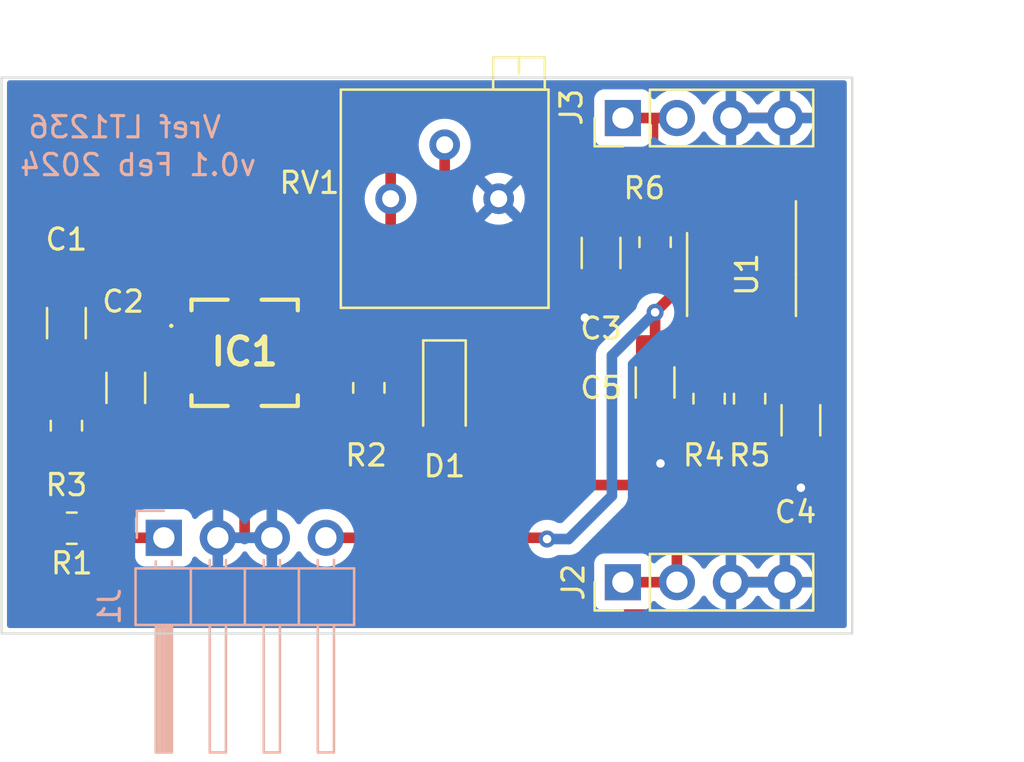
<source format=kicad_pcb>
(kicad_pcb (version 20221018) (generator pcbnew)
  (layers (0 "F.Cu" signal) (31 "B.Cu" signal) (34 "B.Paste" user) (35 "F.Paste" user) (36 "B.SilkS" user "B.Silkscreen") (37 "F.SilkS" user "F.Silkscreen") (38 "B.Mask" user) (39 "F.Mask" user) (44 "Edge.Cuts" user))
  (net 0 "")
  (net 1 "GND")
  (net 2 "Net-(D1-K)")
  (net 7 "+9V")
  (net 8 "/Trim")
  (net 9 "/Unbuf_5V")
  (net 10 "/Filt_9V")
  (net 11 "-9V")
  (net 12 "Net-(C1-Pad2)")
  (net 13 "Net-(U1B--)")
  (net 14 "/RefN")
  (net 15 "/RefP")
  (footprint "Capacitor_SMD:C_1206_3216Metric_Pad1.33x1.80mm_HandSolder" (layer "F.Cu") (at 98.044 108.966 -90)
    (fp_text reference "C2" (at -4.064 0.127 -180) (layer "F.SilkS"))
    (fp_text value "100nF C0G")
    (fp_line (start -0.711252 -0.91) (end 0.711252 -0.91) (stroke (width 0.12)) (layer "F.SilkS"))
    (fp_line (start -0.711252 0.91) (end 0.711252 0.91) (stroke (width 0.12)) (layer "F.SilkS"))
    (pad "1" smd roundrect (at -1.5625 0 270) (size 1.325 1.8) (layers "F.Cu" "F.Paste" "F.Mask") (roundrect_rratio 0.188679) (net 10 "/Filt_9V"))
    (pad "2" smd roundrect (at 1.5625 0 270) (size 1.325 1.8) (layers "F.Cu" "F.Paste" "F.Mask") (roundrect_rratio 0.188679) (net 1 "GND"))
  )
  (footprint "Resistor_SMD:R_0805_2012Metric_Pad1.20x1.40mm_HandSolder" (layer "F.Cu") (at 122.936 102.108 -90)
    (fp_text reference "R6" (at -2.54 0.508 -180) (layer "F.SilkS"))
    (fp_text value "10k")
    (fp_line (start -0.227064 -0.735) (end 0.227064 -0.735) (stroke (width 0.12)) (layer "F.SilkS"))
    (fp_line (start -0.227064 0.735) (end 0.227064 0.735) (stroke (width 0.12)) (layer "F.SilkS"))
    (pad "1" smd roundrect (at -1 0 270) (size 1.2 1.4) (layers "F.Cu" "F.Paste" "F.Mask") (roundrect_rratio 0.208333) (net 9 "/Unbuf_5V"))
    (pad "2" smd roundrect (at 1 0 270) (size 1.2 1.4) (layers "F.Cu" "F.Paste" "F.Mask") (roundrect_rratio 0.208333) (net 1 "GND"))
  )
  (footprint "Capacitor_SMD:C_1206_3216Metric_Pad1.33x1.80mm_HandSolder" (layer "F.Cu") (at 129.794 110.49 -90)
    (fp_text reference "C4" (at 4.318 0.254 -180) (layer "F.SilkS"))
    (fp_text value "100nF C0G")
    (fp_line (start -0.711252 -0.91) (end 0.711252 -0.91) (stroke (width 0.12)) (layer "F.SilkS"))
    (fp_line (start -0.711252 0.91) (end 0.711252 0.91) (stroke (width 0.12)) (layer "F.SilkS"))
    (pad "1" smd roundrect (at -1.5625 0 270) (size 1.325 1.8) (layers "F.Cu" "F.Paste" "F.Mask") (roundrect_rratio 0.188679) (net 7 "+9V"))
    (pad "2" smd roundrect (at 1.5625 0 270) (size 1.325 1.8) (layers "F.Cu" "F.Paste" "F.Mask") (roundrect_rratio 0.188679) (net 1 "GND"))
  )
  (footprint "Capacitor_SMD:C_1206_3216Metric_Pad1.33x1.80mm_HandSolder" (layer "F.Cu") (at 122.936 108.712 90)
    (fp_text reference "C5" (at -0.254 -2.54 180) (layer "F.SilkS"))
    (fp_text value "100nF C0G")
    (fp_line (start -0.711252 -0.91) (end 0.711252 -0.91) (stroke (width 0.12)) (layer "F.SilkS"))
    (fp_line (start -0.711252 0.91) (end 0.711252 0.91) (stroke (width 0.12)) (layer "F.SilkS"))
    (pad "1" smd roundrect (at -1.5625 0 90) (size 1.325 1.8) (layers "F.Cu" "F.Paste" "F.Mask") (roundrect_rratio 0.188679) (net 1 "GND"))
    (pad "2" smd roundrect (at 1.5625 0 90) (size 1.325 1.8) (layers "F.Cu" "F.Paste" "F.Mask") (roundrect_rratio 0.188679) (net 11 "-9V"))
  )
  (footprint "Resistor_SMD:R_0805_2012Metric_Pad1.20x1.40mm_HandSolder" (layer "F.Cu") (at 109.474 108.966 -90)
    (fp_text reference "R2" (at 3.175 0.127 -180) (layer "F.SilkS"))
    (fp_text value "27k")
    (fp_line (start -0.227064 -0.735) (end 0.227064 -0.735) (stroke (width 0.12)) (layer "F.SilkS"))
    (fp_line (start -0.227064 0.735) (end 0.227064 0.735) (stroke (width 0.12)) (layer "F.SilkS"))
    (pad "1" smd roundrect (at -1 0 270) (size 1.2 1.4) (layers "F.Cu" "F.Paste" "F.Mask") (roundrect_rratio 0.208333) (net 9 "/Unbuf_5V"))
    (pad "2" smd roundrect (at 1 0 270) (size 1.2 1.4) (layers "F.Cu" "F.Paste" "F.Mask") (roundrect_rratio 0.208333) (net 8 "/Trim"))
  )
  (footprint "Connector_PinHeader_2.54mm:PinHeader_1x04_P2.54mm_Vertical" (layer "F.Cu") (at 121.422 96.266 90)
    (fp_text reference "J3" (at 0.508 -2.423 270) (layer "F.SilkS"))
    (fp_text value "RefP")
    (fp_line (start -1.33 -1.33) (end 0 -1.33) (stroke (width 0.12)) (layer "F.SilkS"))
    (fp_line (start -1.33 0) (end -1.33 -1.33) (stroke (width 0.12)) (layer "F.SilkS"))
    (fp_line (start -1.33 1.27) (end -1.33 8.95) (stroke (width 0.12)) (layer "F.SilkS"))
    (fp_line (start -1.33 1.27) (end 1.33 1.27) (stroke (width 0.12)) (layer "F.SilkS"))
    (fp_line (start -1.33 8.95) (end 1.33 8.95) (stroke (width 0.12)) (layer "F.SilkS"))
    (fp_line (start 1.33 1.27) (end 1.33 8.95) (stroke (width 0.12)) (layer "F.SilkS"))
    (pad "1" thru_hole rect (at 0 0 90) (size 1.7 1.7) (drill 1) (layers "*.Cu" "*.Mask") (net 15 "/RefP"))
    (pad "2" thru_hole oval (at 0 2.54 90) (size 1.7 1.7) (drill 1) (layers "*.Cu" "*.Mask") (net 15 "/RefP"))
    (pad "3" thru_hole oval (at 0 5.08 90) (size 1.7 1.7) (drill 1) (layers "*.Cu" "*.Mask") (net 1 "GND"))
    (pad "4" thru_hole oval (at 0 7.62 90) (size 1.7 1.7) (drill 1) (layers "*.Cu" "*.Mask") (net 1 "GND"))
  )
  (footprint "Connector_PinHeader_2.54mm:PinHeader_1x04_P2.54mm_Vertical" (layer "F.Cu") (at 121.422 118.11 90)
    (fp_text reference "J2" (at 0 -2.33 90) (layer "F.SilkS"))
    (fp_text value "RefN")
    (fp_line (start -1.33 -1.33) (end 0 -1.33) (stroke (width 0.12)) (layer "F.SilkS"))
    (fp_line (start -1.33 0) (end -1.33 -1.33) (stroke (width 0.12)) (layer "F.SilkS"))
    (fp_line (start -1.33 1.27) (end -1.33 8.95) (stroke (width 0.12)) (layer "F.SilkS"))
    (fp_line (start -1.33 1.27) (end 1.33 1.27) (stroke (width 0.12)) (layer "F.SilkS"))
    (fp_line (start -1.33 8.95) (end 1.33 8.95) (stroke (width 0.12)) (layer "F.SilkS"))
    (fp_line (start 1.33 1.27) (end 1.33 8.95) (stroke (width 0.12)) (layer "F.SilkS"))
    (pad "1" thru_hole rect (at 0 0 90) (size 1.7 1.7) (drill 1) (layers "*.Cu" "*.Mask") (net 14 "/RefN"))
    (pad "2" thru_hole oval (at 0 2.54 90) (size 1.7 1.7) (drill 1) (layers "*.Cu" "*.Mask") (net 14 "/RefN"))
    (pad "3" thru_hole oval (at 0 5.08 90) (size 1.7 1.7) (drill 1) (layers "*.Cu" "*.Mask") (net 1 "GND"))
    (pad "4" thru_hole oval (at 0 7.62 90) (size 1.7 1.7) (drill 1) (layers "*.Cu" "*.Mask") (net 1 "GND"))
  )
  (footprint "Resistor_SMD:R_0805_2012Metric_Pad1.20x1.40mm_HandSolder" (layer "F.Cu") (at 127.381 109.474 -90)
    (fp_text reference "R5" (at 2.667 0 -180) (layer "F.SilkS"))
    (fp_text value "1k8 0.02% 5ppm")
    (fp_line (start -0.227064 -0.735) (end 0.227064 -0.735) (stroke (width 0.12)) (layer "F.SilkS"))
    (fp_line (start -0.227064 0.735) (end 0.227064 0.735) (stroke (width 0.12)) (layer "F.SilkS"))
    (pad "1" smd roundrect (at -1 0 270) (size 1.2 1.4) (layers "F.Cu" "F.Paste" "F.Mask") (roundrect_rratio 0.208333) (net 13 "Net-(U1B--)"))
    (pad "2" smd roundrect (at 1 0 270) (size 1.2 1.4) (layers "F.Cu" "F.Paste" "F.Mask") (roundrect_rratio 0.208333) (net 14 "/RefN"))
  )
  (footprint "Potentiometer_THT:Potentiometer_Bourns_3296P_Horizontal" (layer "F.Cu") (at 115.58 100.064 -90)
    (fp_text reference "RV1" (at -0.75 8.9 -180) (layer "F.SilkS"))
    (fp_text value "50k Bourns 3296P")
    (fp_line (start -6.655 -2.169) (end -6.655 0.26) (stroke (width 0.12)) (layer "F.SilkS"))
    (fp_line (start -6.655 -2.169) (end -5.136 -2.169) (stroke (width 0.12)) (layer "F.SilkS"))
    (fp_line (start -6.655 -0.955) (end -5.896 -0.955) (stroke (width 0.12)) (layer "F.SilkS"))
    (fp_line (start -6.655 0.26) (end -5.136 0.26) (stroke (width 0.12)) (layer "F.SilkS"))
    (fp_line (start -5.136 -2.169) (end -5.136 0.26) (stroke (width 0.12)) (layer "F.SilkS"))
    (fp_line (start -5.135 -2.345) (end -5.135 7.425) (stroke (width 0.12)) (layer "F.SilkS"))
    (fp_line (start -5.135 -2.345) (end 5.135 -2.345) (stroke (width 0.12)) (layer "F.SilkS"))
    (fp_line (start -5.135 7.425) (end 5.135 7.425) (stroke (width 0.12)) (layer "F.SilkS"))
    (fp_line (start 5.135 -2.345) (end 5.135 7.425) (stroke (width 0.12)) (layer "F.SilkS"))
    (pad "1" thru_hole circle (at 0 0 270) (size 1.44 1.44) (drill 0.8) (layers "*.Cu" "*.Mask") (net 1 "GND"))
    (pad "2" thru_hole circle (at -2.54 2.54 270) (size 1.44 1.44) (drill 0.8) (layers "*.Cu" "*.Mask") (net 2 "Net-(D1-K)"))
    (pad "3" thru_hole circle (at 0 5.08 270) (size 1.44 1.44) (drill 0.8) (layers "*.Cu" "*.Mask") (net 9 "/Unbuf_5V"))
  )
  (footprint "Resistor_SMD:R_0805_2012Metric_Pad1.20x1.40mm_HandSolder" (layer "F.Cu") (at 95.504 115.57 180)
    (fp_text reference "R1" (at 0 -1.65) (layer "F.SilkS"))
    (fp_text value "10R")
    (fp_line (start -0.227064 -0.735) (end 0.227064 -0.735) (stroke (width 0.12)) (layer "F.SilkS"))
    (fp_line (start -0.227064 0.735) (end 0.227064 0.735) (stroke (width 0.12)) (layer "F.SilkS"))
    (pad "1" smd roundrect (at -1 0 180) (size 1.2 1.4) (layers "F.Cu" "F.Paste" "F.Mask") (roundrect_rratio 0.208333) (net 7 "+9V"))
    (pad "2" smd roundrect (at 1 0 180) (size 1.2 1.4) (layers "F.Cu" "F.Paste" "F.Mask") (roundrect_rratio 0.208333) (net 10 "/Filt_9V"))
  )
  (footprint "Diode_SMD:D_SOD-123" (layer "F.Cu") (at 113.03 109.093 -90)
    (fp_text reference "D1" (at 3.556 0 -180) (layer "F.SilkS"))
    (fp_text value "1N4148")
    (fp_line (start -2.36 -1) (end -2.36 1) (stroke (width 0.12)) (layer "F.SilkS"))
    (fp_line (start -2.36 -1) (end 1.65 -1) (stroke (width 0.12)) (layer "F.SilkS"))
    (fp_line (start -2.36 1) (end 1.65 1) (stroke (width 0.12)) (layer "F.SilkS"))
    (pad "1" smd roundrect (at -1.65 0 270) (size 0.9 1.2) (layers "F.Cu" "F.Paste" "F.Mask") (net 2 "Net-(D1-K)"))
    (pad "2" smd roundrect (at 1.65 0 270) (size 0.9 1.2) (layers "F.Cu" "F.Paste" "F.Mask") (net 8 "/Trim"))
  )
  (footprint "Package_SO:SO-8_3.9x4.9mm_P1.27mm" (layer "F.Cu") (at 127 103.632 -90)
    (fp_text reference "U1" (at 0 -0.254 90) (layer "F.SilkS"))
    (fp_text value "OPA2192")
    (fp_line (start 0 -2.56) (end -3.45 -2.56) (stroke (width 0.12)) (layer "F.SilkS"))
    (fp_line (start 0 -2.56) (end 1.95 -2.56) (stroke (width 0.12)) (layer "F.SilkS"))
    (fp_line (start 0 2.56) (end -1.95 2.56) (stroke (width 0.12)) (layer "F.SilkS"))
    (fp_line (start 0 2.56) (end 1.95 2.56) (stroke (width 0.12)) (layer "F.SilkS"))
    (pad "1" smd roundrect (at -2.575 -1.905 270) (size 1.75 0.6) (layers "F.Cu" "F.Paste" "F.Mask") (net 15 "/RefP"))
    (pad "2" smd roundrect (at -2.575 -0.635 270) (size 1.75 0.6) (layers "F.Cu" "F.Paste" "F.Mask") (net 15 "/RefP"))
    (pad "3" smd roundrect (at -2.575 0.635 270) (size 1.75 0.6) (layers "F.Cu" "F.Paste" "F.Mask") (net 9 "/Unbuf_5V"))
    (pad "4" smd roundrect (at -2.575 1.905 270) (size 1.75 0.6) (layers "F.Cu" "F.Paste" "F.Mask") (net 11 "-9V"))
    (pad "5" smd roundrect (at 2.575 1.905 270) (size 1.75 0.6) (layers "F.Cu" "F.Paste" "F.Mask") (net 1 "GND"))
    (pad "6" smd roundrect (at 2.575 0.635 270) (size 1.75 0.6) (layers "F.Cu" "F.Paste" "F.Mask") (net 13 "Net-(U1B--)"))
    (pad "7" smd roundrect (at 2.575 -0.635 270) (size 1.75 0.6) (layers "F.Cu" "F.Paste" "F.Mask") (net 14 "/RefN"))
    (pad "8" smd roundrect (at 2.575 -1.905 270) (size 1.75 0.6) (layers "F.Cu" "F.Paste" "F.Mask") (net 7 "+9V"))
  )
  (footprint "Resistor_SMD:R_0805_2012Metric_Pad1.20x1.40mm_HandSolder" (layer "F.Cu") (at 125.476 109.474 90)
    (fp_text reference "R4" (at -2.667 -0.254 180) (layer "F.SilkS"))
    (fp_text value "1k8 0.02% 5ppm")
    (fp_line (start -0.227064 -0.735) (end 0.227064 -0.735) (stroke (width 0.12)) (layer "F.SilkS"))
    (fp_line (start -0.227064 0.735) (end 0.227064 0.735) (stroke (width 0.12)) (layer "F.SilkS"))
    (pad "1" smd roundrect (at -1 0 90) (size 1.2 1.4) (layers "F.Cu" "F.Paste" "F.Mask") (roundrect_rratio 0.208333) (net 9 "/Unbuf_5V"))
    (pad "2" smd roundrect (at 1 0 90) (size 1.2 1.4) (layers "F.Cu" "F.Paste" "F.Mask") (roundrect_rratio 0.208333) (net 13 "Net-(U1B--)"))
  )
  (footprint "Ceramic_LCC:LT1236AILS85PBF" (layer "F.Cu") (at 103.632 107.315)
    (fp_text reference "IC1" (at 0 -0.05) (layer "F.SilkS") (effects (font (size 1.27 1.27) (thickness 0.254))))
    (fp_text value "LT1236AILS8-5#PBF" hide)
    (fp_line (start -3.5 -1.27) (end -3.5 -1.27) (stroke (width 0.1)) (layer "F.SilkS"))
    (fp_line (start -3.4 -1.27) (end -3.4 -1.27) (stroke (width 0.1)) (layer "F.SilkS"))
    (fp_line (start -2.5 -2.5) (end -0.8 -2.5) (stroke (width 0.2)) (layer "F.SilkS"))
    (fp_line (start -2.5 -2) (end -2.5 -2.5) (stroke (width 0.2)) (layer "F.SilkS"))
    (fp_line (start -2.5 2) (end -2.5 2.5) (stroke (width 0.2)) (layer "F.SilkS"))
    (fp_line (start -2.5 2.5) (end -0.8 2.5) (stroke (width 0.2)) (layer "F.SilkS"))
    (fp_line (start 0.8 -2.5) (end 2.5 -2.5) (stroke (width 0.2)) (layer "F.SilkS"))
    (fp_line (start 0.8 2.5) (end 2.5 2.5) (stroke (width 0.2)) (layer "F.SilkS"))
    (fp_line (start 2.5 -2.5) (end 2.5 -2) (stroke (width 0.2)) (layer "F.SilkS"))
    (fp_line (start 2.5 2.5) (end 2.5 2) (stroke (width 0.2)) (layer "F.SilkS"))
    (fp_arc (start -3.5 -1.27) (mid -3.45 -1.32) (end -3.4 -1.27) (stroke (width 0.1)) (layer "F.SilkS"))
    (fp_arc (start -3.4 -1.27) (mid -3.45 -1.22) (end -3.5 -1.27) (stroke (width 0.1)) (layer "F.SilkS"))
    (pad "1" smd rect (at -2.15 -1.27 90) (size 0.7 1.5) (layers "F.Cu" "F.Paste" "F.Mask"))
    (pad "2" smd rect (at -2.15 0 90) (size 0.7 1.5) (layers "F.Cu" "F.Paste" "F.Mask") (net 10 "/Filt_9V"))
    (pad "3" smd rect (at -2.15 1.27 90) (size 0.7 1.5) (layers "F.Cu" "F.Paste" "F.Mask"))
    (pad "4" smd rect (at 0 2.15) (size 0.7 1.5) (layers "F.Cu" "F.Paste" "F.Mask") (net 1 "GND"))
    (pad "5" smd rect (at 2.15 1.27 90) (size 0.7 1.5) (layers "F.Cu" "F.Paste" "F.Mask") (net 8 "/Trim"))
    (pad "6" smd rect (at 2.15 0 90) (size 0.7 1.5) (layers "F.Cu" "F.Paste" "F.Mask") (net 9 "/Unbuf_5V"))
    (pad "7" smd rect (at 2.15 -1.27 90) (size 0.7 1.5) (layers "F.Cu" "F.Paste" "F.Mask"))
    (pad "8" smd rect (at 0 -1.75) (size 0.7 2.5) (layers "F.Cu" "F.Paste" "F.Mask"))
  )
  (footprint "Capacitor_SMD:C_1206_3216Metric_Pad1.33x1.80mm_HandSolder" (layer "F.Cu") (at 120.396 102.616 -90)
    (fp_text reference "C3" (at 3.556 0 -180) (layer "F.SilkS"))
    (fp_text value "100nF C0G")
    (fp_line (start -0.711252 -0.91) (end 0.711252 -0.91) (stroke (width 0.12)) (layer "F.SilkS"))
    (fp_line (start -0.711252 0.91) (end 0.711252 0.91) (stroke (width 0.12)) (layer "F.SilkS"))
    (pad "1" smd roundrect (at -1.5625 0 270) (size 1.325 1.8) (layers "F.Cu" "F.Paste" "F.Mask") (roundrect_rratio 0.188679) (net 9 "/Unbuf_5V"))
    (pad "2" smd roundrect (at 1.5625 0 270) (size 1.325 1.8) (layers "F.Cu" "F.Paste" "F.Mask") (roundrect_rratio 0.188679) (net 1 "GND"))
  )
  (footprint "Capacitor_SMD:C_1206_3216Metric_Pad1.33x1.80mm_HandSolder" (layer "F.Cu") (at 95.25 105.918 -90)
    (fp_text reference "C1" (at -3.937 0 -180) (layer "F.SilkS"))
    (fp_text value "1uF X7R")
    (fp_line (start -0.711252 -0.91) (end 0.711252 -0.91) (stroke (width 0.12)) (layer "F.SilkS"))
    (fp_line (start -0.711252 0.91) (end 0.711252 0.91) (stroke (width 0.12)) (layer "F.SilkS"))
    (pad "1" smd roundrect (at -1.5625 0 270) (size 1.325 1.8) (layers "F.Cu" "F.Paste" "F.Mask") (roundrect_rratio 0.188679) (net 10 "/Filt_9V"))
    (pad "2" smd roundrect (at 1.5625 0 270) (size 1.325 1.8) (layers "F.Cu" "F.Paste" "F.Mask") (roundrect_rratio 0.188679) (net 12 "Net-(C1-Pad2)"))
  )
  (footprint "Resistor_SMD:R_0805_2012Metric_Pad1.20x1.40mm_HandSolder" (layer "F.Cu") (at 95.25 110.744 -90)
    (fp_text reference "R3" (at 2.794 0 -180) (layer "F.SilkS"))
    (fp_text value "5R1")
    (fp_line (start -0.227064 -0.735) (end 0.227064 -0.735) (stroke (width 0.12)) (layer "F.SilkS"))
    (fp_line (start -0.227064 0.735) (end 0.227064 0.735) (stroke (width 0.12)) (layer "F.SilkS"))
    (pad "1" smd roundrect (at -1 0 270) (size 1.2 1.4) (layers "F.Cu" "F.Paste" "F.Mask") (roundrect_rratio 0.208333) (net 12 "Net-(C1-Pad2)"))
    (pad "2" smd roundrect (at 1 0 270) (size 1.2 1.4) (layers "F.Cu" "F.Paste" "F.Mask") (roundrect_rratio 0.208333) (net 1 "GND"))
  )
  (footprint "Connector_PinHeader_2.54mm:PinHeader_1x04_P2.54mm_Horizontal" (layer "B.Cu") (at 99.832 116.021 -90)
    (fp_text reference "J1" (at 3.232 2.55 90) (layer "B.SilkS") (effects (justify mirror)))
    (fp_text value "pwr")
    (fp_line (start -1.27 0) (end -1.27 1.27) (stroke (width 0.12)) (layer "B.SilkS"))
    (fp_line (start -1.27 1.27) (end 0 1.27) (stroke (width 0.12)) (layer "B.SilkS"))
    (fp_line (start 1.042929 -8) (end 1.44 -8) (stroke (width 0.12)) (layer "B.SilkS"))
    (fp_line (start 1.042929 -7.24) (end 1.44 -7.24) (stroke (width 0.12)) (layer "B.SilkS"))
    (fp_line (start 1.042929 -5.46) (end 1.44 -5.46) (stroke (width 0.12)) (layer "B.SilkS"))
    (fp_line (start 1.042929 -4.7) (end 1.44 -4.7) (stroke (width 0.12)) (layer "B.SilkS"))
    (fp_line (start 1.042929 -2.92) (end 1.44 -2.92) (stroke (width 0.12)) (layer "B.SilkS"))
    (fp_line (start 1.042929 -2.16) (end 1.44 -2.16) (stroke (width 0.12)) (layer "B.SilkS"))
    (fp_line (start 1.11 -0.38) (end 1.44 -0.38) (stroke (width 0.12)) (layer "B.SilkS"))
    (fp_line (start 1.11 0.38) (end 1.44 0.38) (stroke (width 0.12)) (layer "B.SilkS"))
    (fp_line (start 1.44 -8.95) (end 4.1 -8.95) (stroke (width 0.12)) (layer "B.SilkS"))
    (fp_line (start 1.44 -6.35) (end 4.1 -6.35) (stroke (width 0.12)) (layer "B.SilkS"))
    (fp_line (start 1.44 -3.81) (end 4.1 -3.81) (stroke (width 0.12)) (layer "B.SilkS"))
    (fp_line (start 1.44 -1.27) (end 4.1 -1.27) (stroke (width 0.12)) (layer "B.SilkS"))
    (fp_line (start 1.44 1.33) (end 1.44 -8.95) (stroke (width 0.12)) (layer "B.SilkS"))
    (fp_line (start 4.1 -8.95) (end 4.1 1.33) (stroke (width 0.12)) (layer "B.SilkS"))
    (fp_line (start 4.1 -7.24) (end 10.1 -7.24) (stroke (width 0.12)) (layer "B.SilkS"))
    (fp_line (start 4.1 -4.7) (end 10.1 -4.7) (stroke (width 0.12)) (layer "B.SilkS"))
    (fp_line (start 4.1 -2.16) (end 10.1 -2.16) (stroke (width 0.12)) (layer "B.SilkS"))
    (fp_line (start 4.1 -0.28) (end 10.1 -0.28) (stroke (width 0.12)) (layer "B.SilkS"))
    (fp_line (start 4.1 -0.16) (end 10.1 -0.16) (stroke (width 0.12)) (layer "B.SilkS"))
    (fp_line (start 4.1 -0.04) (end 10.1 -0.04) (stroke (width 0.12)) (layer "B.SilkS"))
    (fp_line (start 4.1 0.08) (end 10.1 0.08) (stroke (width 0.12)) (layer "B.SilkS"))
    (fp_line (start 4.1 0.2) (end 10.1 0.2) (stroke (width 0.12)) (layer "B.SilkS"))
    (fp_line (start 4.1 0.32) (end 10.1 0.32) (stroke (width 0.12)) (layer "B.SilkS"))
    (fp_line (start 4.1 0.38) (end 10.1 0.38) (stroke (width 0.12)) (layer "B.SilkS"))
    (fp_line (start 4.1 1.33) (end 1.44 1.33) (stroke (width 0.12)) (layer "B.SilkS"))
    (fp_line (start 10.1 -8) (end 4.1 -8) (stroke (width 0.12)) (layer "B.SilkS"))
    (fp_line (start 10.1 -7.24) (end 10.1 -8) (stroke (width 0.12)) (layer "B.SilkS"))
    (fp_line (start 10.1 -5.46) (end 4.1 -5.46) (stroke (width 0.12)) (layer "B.SilkS"))
    (fp_line (start 10.1 -4.7) (end 10.1 -5.46) (stroke (width 0.12)) (layer "B.SilkS"))
    (fp_line (start 10.1 -2.92) (end 4.1 -2.92) (stroke (width 0.12)) (layer "B.SilkS"))
    (fp_line (start 10.1 -2.16) (end 10.1 -2.92) (stroke (width 0.12)) (layer "B.SilkS"))
    (fp_line (start 10.1 -0.38) (end 4.1 -0.38) (stroke (width 0.12)) (layer "B.SilkS"))
    (fp_line (start 10.1 0.38) (end 10.1 -0.38) (stroke (width 0.12)) (layer "B.SilkS"))
    (pad "1" thru_hole rect (at 0 0 270) (size 1.7 1.7) (drill 1) (layers "*.Cu" "*.Mask") (net 7 "+9V"))
    (pad "2" thru_hole oval (at 0 -2.54 270) (size 1.7 1.7) (drill 1) (layers "*.Cu" "*.Mask") (net 1 "GND"))
    (pad "3" thru_hole oval (at 0 -5.08 270) (size 1.7 1.7) (drill 1) (layers "*.Cu" "*.Mask") (net 1 "GND"))
    (pad "4" thru_hole oval (at 0 -7.62 270) (size 1.7 1.7) (drill 1) (layers "*.Cu" "*.Mask") (net 11 "-9V"))
  )
  (gr_rect (start 92.202 94.361) (end 132.207 120.523) (stroke (width 0.1)) (fill none) (layer "Edge.Cuts"))
  (gr_text "v0.1 Feb 2024" (at 104.267 99.06) (layer "B.SilkS") (effects (font (size 1 1)) (justify left bottom mirror)))
  (gr_text "Vref LT1236" (at 102.616 97.282) (layer "B.SilkS") (effects (font (size 1 1)) (justify left bottom mirror)))
  (segment (start 120.1035 104.1785) (end 119.634 104.648) (width 0.5) (layer "F.Cu") (net 1))
  (segment (start 102.372 114.437) (end 102.372 116.021) (width 0.5) (layer "F.Cu") (net 1))
  (segment (start 103.632 116.021) (end 104.912 116.021) (width 0.5) (layer "F.Cu") (net 1))
  (segment (start 126.502 96.266) (end 129.042 96.266) (width 0.5) (layer "F.Cu") (net 1))
  (segment (start 97.139 111.744) (end 99.314 113.919) (width 0.5) (layer "F.Cu") (net 1))
  (segment (start 120.396 104.1785) (end 120.1035 104.1785) (width 0.5) (layer "F.Cu") (net 1))
  (segment (start 125.095 106.207) (end 124.333 106.969) (width 0.3) (layer "F.Cu") (net 1))
  (segment (start 103.632 116.021) (end 103.632 109.465) (width 0.5) (layer "F.Cu") (net 1))
  (segment (start 101.854 113.919) (end 102.372 114.437) (width 0.5) (layer "F.Cu") (net 1))
  (segment (start 103.632 116.021) (end 102.372 116.021) (width 0.5) (layer "F.Cu") (net 1))
  (segment (start 123.9135 110.2745) (end 122.936 110.2745) (width 0.3) (layer "F.Cu") (net 1))
  (segment (start 100.457 113.919) (end 101.854 113.919) (width 0.5) (layer "F.Cu") (net 1))
  (segment (start 121.8655 104.1785) (end 122.936 103.108) (width 0.5) (layer "F.Cu") (net 1))
  (segment (start 120.396 104.1785) (end 121.8655 104.1785) (width 0.5) (layer "F.Cu") (net 1))
  (segment (start 98.044 110.5285) (end 98.044 111.506) (width 0.5) (layer "F.Cu") (net 1))
  (segment (start 122.936 112.268) (end 122.936 110.2745) (width 0.5) (layer "F.Cu") (net 1))
  (segment (start 124.333 109.855) (end 123.9135 110.2745) (width 0.3) (layer "F.Cu") (net 1))
  (segment (start 102.362 116.011) (end 102.372 116.021) (width 0.25) (layer "F.Cu") (net 1))
  (segment (start 129.794 112.0525) (end 129.794 113.665) (width 0.5) (layer "F.Cu") (net 1))
  (segment (start 126.502 118.11) (end 129.042 118.11) (width 0.5) (layer "F.Cu") (net 1))
  (segment (start 98.044 111.506) (end 100.457 113.919) (width 0.5) (layer "F.Cu") (net 1))
  (segment (start 123.19 112.522) (end 122.936 112.268) (width 0.5) (layer "F.Cu") (net 1))
  (segment (start 119.634 104.648) (end 119.634 105.664) (width 0.5) (layer "F.Cu") (net 1))
  (segment (start 95.25 111.744) (end 97.139 111.744) (width 0.5) (layer "F.Cu") (net 1))
  (segment (start 124.333 106.969) (end 124.333 109.855) (width 0.3) (layer "F.Cu") (net 1))
  (segment (start 99.314 113.919) (end 100.457 113.919) (width 0.5) (layer "F.Cu") (net 1))
  (segment (start 98.0825 110.5285) (end 98.044 110.5285) (width 0.5) (layer "F.Cu") (net 1))
  (via (at 123.19 112.522) (size 0.8) (drill 0.4) (layers "F.Cu" "B.Cu") (net 1))
  (via (at 119.634 105.664) (size 0.8) (drill 0.4) (layers "F.Cu" "B.Cu") (net 1))
  (via (at 129.794 113.665) (size 0.8) (drill 0.4) (layers "F.Cu" "B.Cu") (net 1))
  (segment (start 102.372 116.021) (end 104.912 116.021) (width 0.25) (layer "B.Cu") (net 1))
  (segment (start 103.689 116.021) (end 104.912 116.021) (width 0.5) (layer "B.Cu") (net 1))
  (segment (start 123.19 112.522) (end 123.19 112.74995) (width 0.5) (layer "B.Cu") (net 1))
  (segment (start 103.632 116.078) (end 103.689 116.021) (width 0.5) (layer "B.Cu") (net 1))
  (segment (start 113.04 97.524) (end 113.04 107.433) (width 0.5) (layer "F.Cu") (net 2))
  (segment (start 113.04 107.433) (end 113.03 107.443) (width 0.5) (layer "F.Cu") (net 2))
  (segment (start 131.2795 108.9275) (end 129.794 108.9275) (width 0.5) (layer "F.Cu") (net 7))
  (segment (start 96.504 115.57) (end 96.955 116.021) (width 0.5) (layer "F.Cu") (net 7))
  (segment (start 96.955 116.021) (end 97.79 116.021) (width 0.5) (layer "F.Cu") (net 7))
  (segment (start 128.905 106.207) (end 129.794 107.096) (width 0.5) (layer "F.Cu") (net 7))
  (segment (start 97.79 116.021) (end 97.79 117.348) (width 0.5) (layer "F.Cu") (net 7))
  (segment (start 131.318 108.966) (end 131.2795 108.9275) (width 0.5) (layer "F.Cu") (net 7))
  (segment (start 118.11 118.11) (end 119.634 119.634) (width 0.5) (layer "F.Cu") (net 7))
  (segment (start 130.556 119.634) (end 131.318 118.872) (width 0.5) (layer "F.Cu") (net 7))
  (segment (start 97.79 117.348) (end 98.552 118.11) (width 0.5) (layer "F.Cu") (net 7))
  (segment (start 99.381 115.57) (end 99.832 116.021) (width 0.25) (layer "F.Cu") (net 7))
  (segment (start 98.552 118.11) (end 118.11 118.11) (width 0.5) (layer "F.Cu") (net 7))
  (segment (start 119.634 119.634) (end 130.556 119.634) (width 0.5) (layer "F.Cu") (net 7))
  (segment (start 129.794 107.096) (end 129.794 108.9275) (width 0.5) (layer "F.Cu") (net 7))
  (segment (start 97.79 116.021) (end 99.832 116.021) (width 0.5) (layer "F.Cu") (net 7))
  (segment (start 131.318 118.872) (end 131.318 108.966) (width 0.5) (layer "F.Cu") (net 7))
  (segment (start 108.188 109.966) (end 106.807 108.585) (width 0.25) (layer "F.Cu") (net 8))
  (segment (start 113.03 110.743) (end 110.251 110.743) (width 0.5) (layer "F.Cu") (net 8))
  (segment (start 109.474 109.966) (end 108.188 109.966) (width 0.25) (layer "F.Cu") (net 8))
  (segment (start 110.251 110.743) (end 109.474 109.966) (width 0.5) (layer "F.Cu") (net 8))
  (segment (start 106.807 108.585) (end 105.782 108.585) (width 0.25) (layer "F.Cu") (net 8))
  (segment (start 108.823 107.315) (end 109.474 107.966) (width 0.5) (layer "F.Cu") (net 9))
  (segment (start 120.4505 101.108) (end 120.396 101.0535) (width 0.5) (layer "F.Cu") (net 9))
  (segment (start 123.19 99.314) (end 122.936 99.568) (width 0.3) (layer "F.Cu") (net 9))
  (segment (start 118.4025 97.1935) (end 117.094 95.885) (width 0.5) (layer "F.Cu") (net 9))
  (segment (start 105.782 107.315) (end 108.823 107.315) (width 0.5) (layer "F.Cu") (net 9))
  (segment (start 124.714 113.538) (end 125.476 112.776) (width 0.5) (layer "F.Cu") (net 9))
  (segment (start 125.476 112.776) (end 125.476 110.474) (width 0.5) (layer "F.Cu") (net 9))
  (segment (start 110.5 96.53) (end 110.5 100.064) (width 0.5) (layer "F.Cu") (net 9))
  (segment (start 110.5 100.064) (end 110.5 106.94) (width 0.5) (layer "F.Cu") (net 9))
  (segment (start 110.5 106.94) (end 109.474 107.966) (width 0.5) (layer "F.Cu") (net 9))
  (segment (start 110.49 96.52) (end 110.5 96.53) (width 0.5) (layer "F.Cu") (net 9))
  (segment (start 111.125 95.885) (end 110.49 96.52) (width 0.5) (layer "F.Cu") (net 9))
  (segment (start 122.936 99.568) (end 122.936 101.108) (width 0.3) (layer "F.Cu") (net 9))
  (segment (start 126.365 99.695) (end 125.984 99.314) (width 0.3) (layer "F.Cu") (net 9))
  (segment (start 126.365 101.057) (end 126.365 99.695) (width 0.3) (layer "F.Cu") (net 9))
  (segment (start 120.396 101.0535) (end 118.4025 101.0535) (width 0.5) (layer "F.Cu") (net 9))
  (segment (start 118.491 113.538) (end 124.714 113.538) (width 0.5) (layer "F.Cu") (net 9))
  (segment (start 118.364 113.411) (end 118.491 113.538) (width 0.5) (layer "F.Cu") (net 9))
  (segment (start 117.094 95.885) (end 111.125 95.885) (width 0.5) (layer "F.Cu") (net 9))
  (segment (start 118.4025 101.0535) (end 118.4025 113.3725) (width 0.5) (layer "F.Cu") (net 9))
  (segment (start 118.4025 113.3725) (end 118.364 113.411) (width 0.5) (layer "F.Cu") (net 9))
  (segment (start 118.4025 101.0535) (end 118.4025 97.1935) (width 0.5) (layer "F.Cu") (net 9))
  (segment (start 125.984 99.314) (end 123.19 99.314) (width 0.3) (layer "F.Cu") (net 9))
  (segment (start 122.936 101.108) (end 120.4505 101.108) (width 0.5) (layer "F.Cu") (net 9))
  (segment (start 101.482 107.315) (end 98.1325 107.315) (width 0.5) (layer "F.Cu") (net 10))
  (segment (start 98.044 105.918) (end 98.044 107.4035) (width 0.5) (layer "F.Cu") (net 10))
  (segment (start 93.726 104.902) (end 93.726 114.792) (width 0.5) (layer "F.Cu") (net 10))
  (segment (start 93.726 114.792) (end 94.504 115.57) (width 0.5) (layer "F.Cu") (net 10))
  (segment (start 98.1325 107.315) (end 98.044 107.4035) (width 0.5) (layer "F.Cu") (net 10))
  (segment (start 94.2725 104.3555) (end 93.726 104.902) (width 0.5) (layer "F.Cu") (net 10))
  (segment (start 95.25 104.3555) (end 96.4815 104.3555) (width 0.5) (layer "F.Cu") (net 10))
  (segment (start 96.4815 104.3555) (end 98.044 105.918) (width 0.5) (layer "F.Cu") (net 10))
  (segment (start 95.25 104.3555) (end 94.2725 104.3555) (width 0.5) (layer "F.Cu") (net 10))
  (segment (start 122.936 105.41) (end 125.095 103.251) (width 0.5) (layer "F.Cu") (net 11))
  (segment (start 122.936 107.1495) (end 122.936 105.41) (width 0.5) (layer "F.Cu") (net 11))
  (segment (start 107.452 116.021) (end 117.913 116.021) (width 0.5) (layer "F.Cu") (net 11))
  (segment (start 125.095 103.251) (end 125.095 101.057) (width 0.5) (layer "F.Cu") (net 11))
  (via (at 117.856 116.078) (size 0.8) (drill 0.4) (layers "F.Cu" "B.Cu") (net 11))
  (via (at 122.936 105.41) (size 0.8) (drill 0.4) (layers "F.Cu" "B.Cu") (net 11))
  (segment (start 118.872 116.078) (end 117.856 116.078) (width 0.5) (layer "B.Cu") (net 11))
  (segment (start 120.904 107.442) (end 120.904 114.046) (width 0.5) (layer "B.Cu") (net 11))
  (segment (start 122.936 105.41) (end 120.904 107.442) (width 0.5) (layer "B.Cu") (net 11))
  (segment (start 120.904 114.046) (end 118.872 116.078) (width 0.5) (layer "B.Cu") (net 11))
  (segment (start 95.25 107.4805) (end 95.25 109.744) (width 0.5) (layer "F.Cu") (net 12))
  (segment (start 126.365 106.207) (end 126.365 106.807) (width 0.3) (layer "F.Cu") (net 13))
  (segment (start 126.365 106.207) (end 126.365 107.188) (width 0.3) (layer "F.Cu") (net 13))
  (segment (start 125.73 107.823) (end 125.73 108.474) (width 0.3) (layer "F.Cu") (net 13))
  (segment (start 126.365 107.188) (end 125.73 107.823) (width 0.3) (layer "F.Cu") (net 13))
  (segment (start 127.635 108.474) (end 125.73 108.474) (width 0.5) (layer "F.Cu") (net 13))
  (segment (start 127.381 110.474) (end 127.778 110.474) (width 0.3) (layer "F.Cu") (net 14))
  (segment (start 127.778 110.474) (end 128.524 109.728) (width 0.3) (layer "F.Cu") (net 14))
  (segment (start 127.381 112.903) (end 127.381 110.474) (width 0.5) (layer "F.Cu") (net 14))
  (segment (start 123.962 116.322) (end 127.381 112.903) (width 0.5) (layer "F.Cu") (net 14))
  (segment (start 127.635 107.061) (end 128.524 107.95) (width 0.3) (layer "F.Cu") (net 14))
  (segment (start 127.635 106.207) (end 127.635 107.061) (width 0.3) (layer "F.Cu") (net 14))
  (segment (start 128.524 107.95) (end 128.524 109.728) (width 0.3) (layer "F.Cu") (net 14))
  (segment (start 123.962 118.11) (end 123.962 116.322) (width 0.5) (layer "F.Cu") (net 14))
  (segment (start 121.422 118.11) (end 123.962 118.11) (width 0.5) (layer "F.Cu") (net 14))
  (segment (start 128.905 101.057) (end 127.635 101.057) (width 0.3) (layer "F.Cu") (net 15))
  (segment (start 121.422 96.266) (end 122.682 96.266) (width 0.5) (layer "F.Cu") (net 15))
  (segment (start 122.682 96.266) (end 123.962 96.266) (width 0.5) (layer "F.Cu") (net 15))
  (segment (start 127.254 98.552) (end 122.936 98.552) (width 0.3) (layer "F.Cu") (net 15))
  (segment (start 127.635 101.057) (end 127.635 98.933) (width 0.3) (layer "F.Cu") (net 15))
  (segment (start 122.936 98.552) (end 122.936 96.52) (width 0.3) (layer "F.Cu") (net 15))
  (segment (start 127.635 98.933) (end 127.254 98.552) (width 0.3) (layer "F.Cu") (net 15))
  (segment (start 122.936 96.52) (end 122.682 96.266) (width 0.3) (layer "F.Cu") (net 15))
  (zone (net 1) (net_name "GND") (layer "B.Cu") (connect_pads (clearance 0.5)) (min_thickness 0.25) (fill yes (thermal_gap 0.5) (thermal_bridge_width 0.5))
    (polygon (pts (xy 131.953 94.488) (xy 92.456 94.488) (xy 92.456 120.269) (xy 131.953 120.269)))
  )
)
</source>
